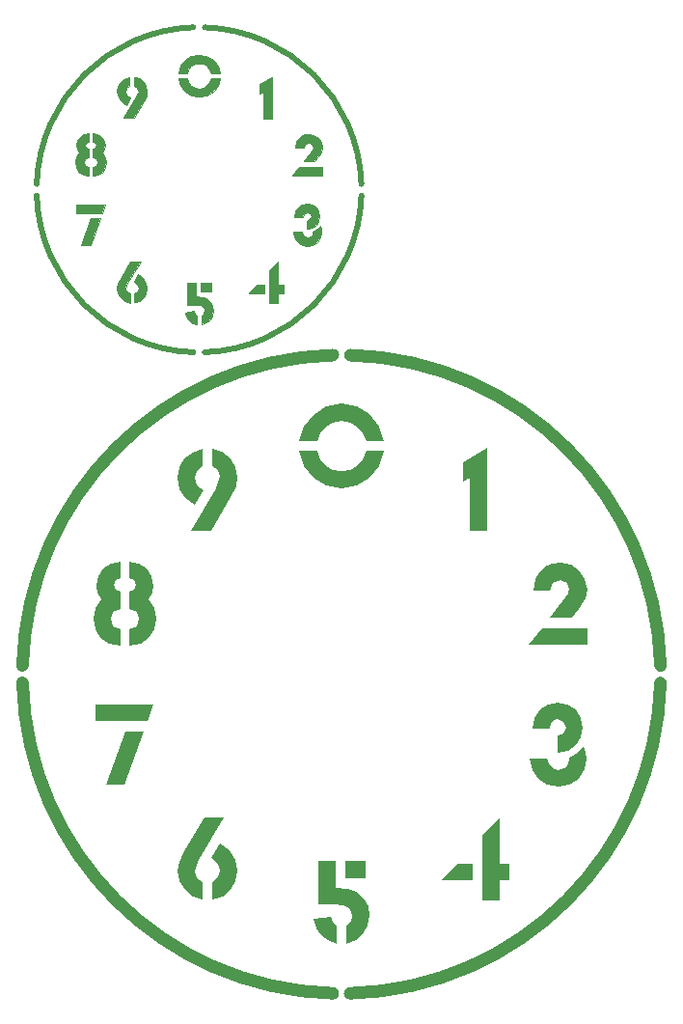
<source format=gbr>
%TF.GenerationSoftware,KiCad,Pcbnew,(5.1.7-0-10_14)*%
%TF.CreationDate,2021-05-24T16:57:22-07:00*%
%TF.ProjectId,Pixie Disc,50697869-6520-4446-9973-632e6b696361,rev?*%
%TF.SameCoordinates,Original*%
%TF.FileFunction,Paste,Top*%
%TF.FilePolarity,Positive*%
%FSLAX46Y46*%
G04 Gerber Fmt 4.6, Leading zero omitted, Abs format (unit mm)*
G04 Created by KiCad (PCBNEW (5.1.7-0-10_14)) date 2021-05-24 16:57:22*
%MOMM*%
%LPD*%
G01*
G04 APERTURE LIST*
%ADD10C,1.100000*%
%ADD11C,0.500000*%
%ADD12C,0.100000*%
G04 APERTURE END LIST*
D10*
X277993733Y-133264988D02*
G75*
G02*
X250749999Y-160494139I-27993733J764988D01*
G01*
X249235012Y-160493733D02*
G75*
G02*
X222005861Y-133249999I764988J27993733D01*
G01*
X222006267Y-131735012D02*
G75*
G02*
X249250001Y-104505861I27993733J-764988D01*
G01*
X250764988Y-104506267D02*
G75*
G02*
X277994139Y-131750001I-764988J-27993733D01*
G01*
D11*
X237000000Y-104249999D02*
G75*
G02*
X223250001Y-90500000I500000J14249999D01*
G01*
X251750000Y-90500000D02*
G75*
G02*
X238000000Y-104250000I-14250000J500000D01*
G01*
X223250000Y-89500000D02*
G75*
G02*
X237000000Y-75750000I14250000J-500000D01*
G01*
X238000000Y-75750001D02*
G75*
G02*
X251749999Y-89500000I-500000J-14249999D01*
G01*
D12*
G36*
X243261415Y-99050600D02*
G01*
X241869710Y-99050600D01*
X242562915Y-98309770D01*
X243261415Y-98309770D01*
X243261415Y-99050600D01*
G37*
X243261415Y-99050600D02*
X241869710Y-99050600D01*
X242562915Y-98309770D01*
X243261415Y-98309770D01*
X243261415Y-99050600D01*
G36*
X237230111Y-99351784D02*
G01*
X237806901Y-99404700D01*
X238181534Y-99554933D01*
X238474312Y-99820757D01*
X238664894Y-100174884D01*
X238732941Y-100590030D01*
X238658938Y-101024336D01*
X238450496Y-101389708D01*
X238127953Y-101660822D01*
X237711648Y-101812378D01*
X237711648Y-101023923D01*
X237911408Y-100840039D01*
X237976231Y-100600591D01*
X237938528Y-100412738D01*
X237833356Y-100256634D01*
X237597879Y-100131618D01*
X237203651Y-100097885D01*
X236478696Y-100097885D01*
X236478696Y-98187600D01*
X237230111Y-98187600D01*
X237230111Y-99351784D01*
G37*
X237230111Y-99351784D02*
X237806901Y-99404700D01*
X238181534Y-99554933D01*
X238474312Y-99820757D01*
X238664894Y-100174884D01*
X238732941Y-100590030D01*
X238658938Y-101024336D01*
X238450496Y-101389708D01*
X238127953Y-101660822D01*
X237711648Y-101812378D01*
X237711648Y-101023923D01*
X237911408Y-100840039D01*
X237976231Y-100600591D01*
X237938528Y-100412738D01*
X237833356Y-100256634D01*
X237597879Y-100131618D01*
X237203651Y-100097885D01*
X236478696Y-100097885D01*
X236478696Y-98187600D01*
X237230111Y-98187600D01*
X237230111Y-99351784D01*
G36*
X248226309Y-93411635D02*
G01*
X248259383Y-93690770D01*
X248161819Y-94179175D01*
X247895582Y-94577785D01*
X247500362Y-94846419D01*
X247015844Y-94944893D01*
X246537859Y-94852207D01*
X246152644Y-94592338D01*
X245885499Y-94192570D01*
X245761724Y-93680188D01*
X246523719Y-93680188D01*
X246587219Y-93928896D01*
X246753906Y-94125348D01*
X247015843Y-94198770D01*
X247359800Y-94065156D01*
X247460838Y-93917486D01*
X247497383Y-93733105D01*
X247492093Y-93643147D01*
X247851926Y-93442064D01*
X248121800Y-93156315D01*
X248226309Y-93411635D01*
G37*
X248226309Y-93411635D02*
X248259383Y-93690770D01*
X248161819Y-94179175D01*
X247895582Y-94577785D01*
X247500362Y-94846419D01*
X247015844Y-94944893D01*
X246537859Y-94852207D01*
X246152644Y-94592338D01*
X245885499Y-94192570D01*
X245761724Y-93680188D01*
X246523719Y-93680188D01*
X246587219Y-93928896D01*
X246753906Y-94125348D01*
X247015843Y-94198770D01*
X247359800Y-94065156D01*
X247460838Y-93917486D01*
X247497383Y-93733105D01*
X247492093Y-93643147D01*
X247851926Y-93442064D01*
X248121800Y-93156315D01*
X248226309Y-93411635D01*
G36*
X231407857Y-80875335D02*
G01*
X231145920Y-81071785D01*
X231058608Y-81383330D01*
X231153196Y-81700168D01*
X231466065Y-81933660D01*
X231079776Y-82584535D01*
X230661735Y-82277620D01*
X230405752Y-81868839D01*
X230312487Y-81388625D01*
X230393598Y-80933211D01*
X230620063Y-80547250D01*
X230966583Y-80260508D01*
X231407857Y-80102750D01*
X231407857Y-80875335D01*
G37*
X231407857Y-80875335D02*
X231145920Y-81071785D01*
X231058608Y-81383330D01*
X231153196Y-81700168D01*
X231466065Y-81933660D01*
X231079776Y-82584535D01*
X230661735Y-82277620D01*
X230405752Y-81868839D01*
X230312487Y-81388625D01*
X230393598Y-80933211D01*
X230620063Y-80547250D01*
X230966583Y-80260508D01*
X231407857Y-80102750D01*
X231407857Y-80875335D01*
G36*
X227790995Y-85785359D02*
G01*
X227576683Y-85888546D01*
X227505246Y-86086984D01*
X227576683Y-86290052D01*
X227790995Y-86393900D01*
X227790995Y-87140025D01*
X227470189Y-87272978D01*
X227367663Y-87568649D01*
X227474157Y-87879533D01*
X227790995Y-88023730D01*
X227790997Y-88764554D01*
X227299948Y-88644668D01*
X226926473Y-88392820D01*
X226688927Y-88027861D01*
X226605667Y-87568644D01*
X226692979Y-87116870D01*
X226954916Y-86732564D01*
X226791536Y-86429618D01*
X226743250Y-86118734D01*
X226819895Y-85705490D01*
X227034950Y-85376581D01*
X227366091Y-85152844D01*
X227790995Y-85055114D01*
X227790995Y-85785359D01*
G37*
X227790995Y-85785359D02*
X227576683Y-85888546D01*
X227505246Y-86086984D01*
X227576683Y-86290052D01*
X227790995Y-86393900D01*
X227790995Y-87140025D01*
X227470189Y-87272978D01*
X227367663Y-87568649D01*
X227474157Y-87879533D01*
X227790995Y-88023730D01*
X227790997Y-88764554D01*
X227299948Y-88644668D01*
X226926473Y-88392820D01*
X226688927Y-88027861D01*
X226605667Y-87568644D01*
X226692979Y-87116870D01*
X226954916Y-86732564D01*
X226791536Y-86429618D01*
X226743250Y-86118734D01*
X226819895Y-85705490D01*
X227034950Y-85376581D01*
X227366091Y-85152844D01*
X227790995Y-85055114D01*
X227790995Y-85785359D01*
G36*
X228994850Y-92060930D02*
G01*
X226719440Y-92060930D01*
X226719440Y-91320100D01*
X229259450Y-91320100D01*
X228994850Y-92060930D01*
G37*
X228994850Y-92060930D02*
X226719440Y-92060930D01*
X226719440Y-91320100D01*
X229259450Y-91320100D01*
X228994850Y-92060930D01*
G36*
X232266590Y-80252074D02*
G01*
X232616997Y-80535344D01*
X232848341Y-80919816D01*
X232931847Y-81372750D01*
X232869008Y-81764330D01*
X232651389Y-82219410D01*
X231767684Y-83716950D01*
X230894564Y-83716950D01*
X232000519Y-81859580D01*
X232180436Y-81356875D01*
X232088493Y-81058557D01*
X231825895Y-80875335D01*
X231825895Y-80102750D01*
X232266590Y-80252074D01*
G37*
X232266590Y-80252074D02*
X232616997Y-80535344D01*
X232848341Y-80919816D01*
X232931847Y-81372750D01*
X232869008Y-81764330D01*
X232651389Y-82219410D01*
X231767684Y-83716950D01*
X230894564Y-83716950D01*
X232000519Y-81859580D01*
X232180436Y-81356875D01*
X232088493Y-81058557D01*
X231825895Y-80875335D01*
X231825895Y-80102750D01*
X232266590Y-80252074D01*
G36*
X236566452Y-80576457D02*
G01*
X236807470Y-80857244D01*
X237124886Y-81038813D01*
X237497370Y-81103305D01*
X237870762Y-81041789D01*
X238186608Y-80865181D01*
X238429032Y-80585386D01*
X238582159Y-80214310D01*
X239349450Y-80214310D01*
X239140512Y-80875519D01*
X238733634Y-81396333D01*
X238172968Y-81737563D01*
X237502665Y-81860015D01*
X236832278Y-81735330D01*
X236267063Y-81390380D01*
X235856629Y-80868822D01*
X235650585Y-80214310D01*
X236423165Y-80214310D01*
X236566452Y-80576457D01*
G37*
X236566452Y-80576457D02*
X236807470Y-80857244D01*
X237124886Y-81038813D01*
X237497370Y-81103305D01*
X237870762Y-81041789D01*
X238186608Y-80865181D01*
X238429032Y-80585386D01*
X238582159Y-80214310D01*
X239349450Y-80214310D01*
X239140512Y-80875519D01*
X238733634Y-81396333D01*
X238172968Y-81737563D01*
X237502665Y-81860015D01*
X236832278Y-81735330D01*
X236267063Y-81390380D01*
X235856629Y-80868822D01*
X235650585Y-80214310D01*
X236423165Y-80214310D01*
X236566452Y-80576457D01*
G36*
X247557247Y-85189479D02*
G01*
X247933947Y-85440749D01*
X248187615Y-85814058D01*
X248280550Y-86272200D01*
X248193234Y-86692228D01*
X247899547Y-87155908D01*
X247608506Y-87531615D01*
X246656011Y-87531615D01*
X247291011Y-86711410D01*
X247464974Y-86458734D01*
X247507969Y-86277495D01*
X247386261Y-85976532D01*
X247089929Y-85854163D01*
X246777721Y-85976532D01*
X246656013Y-86340995D01*
X245904598Y-86340995D01*
X245989265Y-85817120D01*
X246167279Y-85521614D01*
X246425165Y-85294569D01*
X246741589Y-85148883D01*
X247095220Y-85097455D01*
X247557247Y-85189479D01*
G37*
X247557247Y-85189479D02*
X247933947Y-85440749D01*
X248187615Y-85814058D01*
X248280550Y-86272200D01*
X248193234Y-86692228D01*
X247899547Y-87155908D01*
X247608506Y-87531615D01*
X246656011Y-87531615D01*
X247291011Y-86711410D01*
X247464974Y-86458734D01*
X247507969Y-86277495D01*
X247386261Y-85976532D01*
X247089929Y-85854163D01*
X246777721Y-85976532D01*
X246656013Y-86340995D01*
X245904598Y-86340995D01*
X245989265Y-85817120D01*
X246167279Y-85521614D01*
X246425165Y-85294569D01*
X246741589Y-85148883D01*
X247095220Y-85097455D01*
X247557247Y-85189479D01*
G36*
X247422557Y-91320442D02*
G01*
X247771889Y-91554267D01*
X248005135Y-91905169D01*
X248090050Y-92341400D01*
X248010100Y-92773826D01*
X247783799Y-93113981D01*
X247431490Y-93343010D01*
X246973514Y-93442063D01*
X246973514Y-92701233D01*
X247248018Y-92588785D01*
X247343929Y-92341400D01*
X247242065Y-92086078D01*
X246989389Y-91981568D01*
X246813441Y-92023901D01*
X246693056Y-92145609D01*
X246624265Y-92373150D01*
X245878140Y-92373150D01*
X245975868Y-91918564D01*
X246211511Y-91558235D01*
X246558280Y-91320938D01*
X246989385Y-91235444D01*
X247422557Y-91320442D01*
G37*
X247422557Y-91320442D02*
X247771889Y-91554267D01*
X248005135Y-91905169D01*
X248090050Y-92341400D01*
X248010100Y-92773826D01*
X247783799Y-93113981D01*
X247431490Y-93343010D01*
X246973514Y-93442063D01*
X246973514Y-92701233D01*
X247248018Y-92588785D01*
X247343929Y-92341400D01*
X247242065Y-92086078D01*
X246989389Y-91981568D01*
X246813441Y-92023901D01*
X246693056Y-92145609D01*
X246624265Y-92373150D01*
X245878140Y-92373150D01*
X245975868Y-91918564D01*
X246211511Y-91558235D01*
X246558280Y-91320938D01*
X246989385Y-91235444D01*
X247422557Y-91320442D01*
G36*
X232582602Y-97722395D02*
G01*
X232840569Y-98128528D01*
X232931850Y-98606100D01*
X232850737Y-99064492D01*
X232624272Y-99451444D01*
X232277752Y-99737193D01*
X231836478Y-99891974D01*
X231836478Y-99119394D01*
X232098415Y-98922940D01*
X232185727Y-98611394D01*
X232091139Y-98297202D01*
X231778270Y-98066354D01*
X232164561Y-97415479D01*
X232582602Y-97722395D01*
G37*
X232582602Y-97722395D02*
X232840569Y-98128528D01*
X232931850Y-98606100D01*
X232850737Y-99064492D01*
X232624272Y-99451444D01*
X232277752Y-99737193D01*
X231836478Y-99891974D01*
X231836478Y-99119394D01*
X232098415Y-98922940D01*
X232185727Y-98611394D01*
X232091139Y-98297202D01*
X231778270Y-98066354D01*
X232164561Y-97415479D01*
X232582602Y-97722395D01*
G36*
X243912300Y-83730150D02*
G01*
X243150300Y-83730149D01*
X243150300Y-81385949D01*
X242843385Y-81565865D01*
X242843385Y-80724495D01*
X243912300Y-80089495D01*
X243912300Y-83730150D01*
G37*
X243912300Y-83730150D02*
X243150300Y-83730149D01*
X243150300Y-81385949D01*
X242843385Y-81565865D01*
X242843385Y-80724495D01*
X243912300Y-80089495D01*
X243912300Y-83730150D01*
G36*
X228612774Y-85152849D02*
G01*
X228943915Y-85376587D01*
X229158971Y-85705496D01*
X229235617Y-86118740D01*
X229187330Y-86429623D01*
X229023951Y-86732570D01*
X229285887Y-87116874D01*
X229373202Y-87568656D01*
X229289941Y-88027870D01*
X229052395Y-88392828D01*
X228678920Y-88644677D01*
X228187872Y-88764566D01*
X228187872Y-88023736D01*
X228507355Y-87879539D01*
X228616495Y-87568655D01*
X228511324Y-87272983D01*
X228187872Y-87140031D01*
X228187872Y-86393906D01*
X228402184Y-86290057D01*
X228473621Y-86086990D01*
X228404168Y-85888552D01*
X228187872Y-85785365D01*
X228187872Y-85055120D01*
X228612774Y-85152849D01*
G37*
X228612774Y-85152849D02*
X228943915Y-85376587D01*
X229158971Y-85705496D01*
X229235617Y-86118740D01*
X229187330Y-86429623D01*
X229023951Y-86732570D01*
X229285887Y-87116874D01*
X229373202Y-87568656D01*
X229289941Y-88027870D01*
X229052395Y-88392828D01*
X228678920Y-88644677D01*
X228187872Y-88764566D01*
X228187872Y-88023736D01*
X228507355Y-87879539D01*
X228616495Y-87568655D01*
X228511324Y-87272983D01*
X228187872Y-87140031D01*
X228187872Y-86393906D01*
X228402184Y-86290057D01*
X228473621Y-86086990D01*
X228404168Y-85888552D01*
X228187872Y-85785365D01*
X228187872Y-85055120D01*
X228612774Y-85152849D01*
G36*
X227984145Y-94860250D02*
G01*
X227174520Y-94860250D01*
X228026500Y-92494845D01*
X228836118Y-92494845D01*
X227984145Y-94860250D01*
G37*
X227984145Y-94860250D02*
X227174520Y-94860250D01*
X228026500Y-92494845D01*
X228836118Y-92494845D01*
X227984145Y-94860250D01*
G36*
X244452035Y-98309770D02*
G01*
X244885950Y-98309770D01*
X244885950Y-99050600D01*
X244452035Y-99050595D01*
X244452035Y-99913135D01*
X243690040Y-99913135D01*
X243690040Y-97087395D01*
X244452035Y-96267190D01*
X244452035Y-98309770D01*
G37*
X244452035Y-98309770D02*
X244885950Y-98309770D01*
X244885950Y-99050600D01*
X244452035Y-99050595D01*
X244452035Y-99913135D01*
X243690040Y-99913135D01*
X243690040Y-97087395D01*
X244452035Y-96267190D01*
X244452035Y-98309770D01*
G36*
X248307010Y-88722235D02*
G01*
X245714100Y-88722235D01*
X246296180Y-87981405D01*
X248307010Y-87981405D01*
X248307010Y-88722235D01*
G37*
X248307010Y-88722235D02*
X245714100Y-88722235D01*
X246296180Y-87981405D01*
X248307010Y-87981405D01*
X248307010Y-88722235D01*
G36*
X237122294Y-100865860D02*
G01*
X237293611Y-101013365D01*
X237293610Y-101807110D01*
X236911454Y-101673662D01*
X236609665Y-101449925D01*
X236393203Y-101138875D01*
X236267030Y-100743490D01*
X237034320Y-100642949D01*
X237122294Y-100865860D01*
G37*
X237122294Y-100865860D02*
X237293611Y-101013365D01*
X237293610Y-101807110D01*
X236911454Y-101673662D01*
X236609665Y-101449925D01*
X236393203Y-101138875D01*
X236267030Y-100743490D01*
X237034320Y-100642949D01*
X237122294Y-100865860D01*
G36*
X231243793Y-98140418D02*
G01*
X231063877Y-98637833D01*
X231155819Y-98938796D01*
X231418417Y-99124665D01*
X231418417Y-99897245D01*
X230977722Y-99747921D01*
X230627316Y-99464654D01*
X230395971Y-99080183D01*
X230312462Y-98627250D01*
X230375301Y-98233682D01*
X230592919Y-97780585D01*
X231476625Y-96283050D01*
X232349750Y-96283050D01*
X231243793Y-98140418D01*
G37*
X231243793Y-98140418D02*
X231063877Y-98637833D01*
X231155819Y-98938796D01*
X231418417Y-99124665D01*
X231418417Y-99897245D01*
X230977722Y-99747921D01*
X230627316Y-99464654D01*
X230395971Y-99080183D01*
X230312462Y-98627250D01*
X230375301Y-98233682D01*
X230592919Y-97780585D01*
X231476625Y-96283050D01*
X232349750Y-96283050D01*
X231243793Y-98140418D01*
G36*
X238568900Y-98928450D02*
G01*
X237653445Y-98928430D01*
X237653445Y-98187600D01*
X238568900Y-98187600D01*
X238568900Y-98928450D01*
G37*
X238568900Y-98928450D02*
X237653445Y-98928430D01*
X237653445Y-98187600D01*
X238568900Y-98187600D01*
X238568900Y-98928450D01*
G36*
X238172968Y-78262437D02*
G01*
X238733634Y-78603666D01*
X239140512Y-79124481D01*
X239349450Y-79785690D01*
X238582159Y-79785690D01*
X238429031Y-79417672D01*
X238186607Y-79139447D01*
X237870762Y-78963417D01*
X237497370Y-78901985D01*
X237124886Y-78965650D01*
X236807470Y-79145400D01*
X236566452Y-79424369D01*
X236423165Y-79785690D01*
X235650585Y-79785690D01*
X235856630Y-79133409D01*
X236267064Y-78611603D01*
X236832278Y-78265413D01*
X237502665Y-78139985D01*
X238172968Y-78262437D01*
G37*
X238172968Y-78262437D02*
X238733634Y-78603666D01*
X239140512Y-79124481D01*
X239349450Y-79785690D01*
X238582159Y-79785690D01*
X238429031Y-79417672D01*
X238186607Y-79139447D01*
X237870762Y-78963417D01*
X237497370Y-78901985D01*
X237124886Y-78965650D01*
X236807470Y-79145400D01*
X236566452Y-79424369D01*
X236423165Y-79785690D01*
X235650585Y-79785690D01*
X235856630Y-79133409D01*
X236267064Y-78611603D01*
X236832278Y-78265413D01*
X237502665Y-78139985D01*
X238172968Y-78262437D01*
G36*
X270114495Y-122878959D02*
G01*
X270867894Y-123381499D01*
X271375231Y-124128116D01*
X271561100Y-125044400D01*
X271386468Y-125884457D01*
X270799095Y-126811817D01*
X270217013Y-127563231D01*
X268312023Y-127563231D01*
X269929948Y-125417468D01*
X270000000Y-125000000D01*
X269772523Y-124453065D01*
X269179858Y-124208326D01*
X268555443Y-124453065D01*
X268312027Y-125181990D01*
X266809197Y-125181990D01*
X266978530Y-124134240D01*
X267334559Y-123543228D01*
X267850330Y-123089138D01*
X268483178Y-122797766D01*
X269190440Y-122694910D01*
X270114495Y-122878959D01*
G37*
G36*
X262824600Y-119960300D02*
G01*
X261300601Y-119960298D01*
X261300601Y-115271898D01*
X260686770Y-115631730D01*
X260686770Y-113948990D01*
X262824600Y-112678990D01*
X262824600Y-119960300D01*
G37*
G36*
X248132904Y-113652914D02*
G01*
X248614940Y-114214489D01*
X249249773Y-114577627D01*
X249994740Y-114706610D01*
X250741525Y-114583579D01*
X251373217Y-114230362D01*
X251858065Y-113670772D01*
X252164319Y-112928620D01*
X253698900Y-112928620D01*
X253281025Y-114251038D01*
X252467269Y-115292667D01*
X251345936Y-115975126D01*
X250005330Y-116220030D01*
X248664556Y-115970661D01*
X247534126Y-115280761D01*
X246713258Y-114237644D01*
X246301170Y-112928620D01*
X247846330Y-112928620D01*
X248132904Y-113652914D01*
G37*
G36*
X251345936Y-109024874D02*
G01*
X252467269Y-109707332D01*
X253281025Y-110748962D01*
X253698900Y-112071380D01*
X252164319Y-112071380D01*
X251858063Y-111335345D01*
X251373215Y-110778895D01*
X250741524Y-110426835D01*
X249994740Y-110303970D01*
X249249773Y-110431300D01*
X248614941Y-110790801D01*
X248132905Y-111348739D01*
X247846330Y-112071380D01*
X246301170Y-112071380D01*
X246713261Y-110766819D01*
X247534129Y-109723206D01*
X248664557Y-109030827D01*
X250005330Y-108779970D01*
X251345936Y-109024874D01*
G37*
G36*
X232225548Y-122805699D02*
G01*
X232887830Y-123253174D01*
X233317942Y-123910992D01*
X233471234Y-124737480D01*
X233374661Y-125359247D01*
X233047902Y-125965140D01*
X233571775Y-126733749D01*
X233746400Y-127637300D01*
X233579882Y-128555741D01*
X233104790Y-129285656D01*
X232357840Y-129789355D01*
X231375744Y-130029132D01*
X231375744Y-128547472D01*
X232014711Y-128259078D01*
X232232991Y-127637310D01*
X232022648Y-127045967D01*
X231375744Y-126780063D01*
X231375744Y-125287813D01*
X231804368Y-125080115D01*
X231947242Y-124673981D01*
X231808336Y-124277104D01*
X231375744Y-124070730D01*
X231375744Y-122610240D01*
X232225548Y-122805699D01*
G37*
G36*
X230968290Y-142220500D02*
G01*
X229349040Y-142220500D01*
X231053000Y-137489690D01*
X232672236Y-137489690D01*
X230968290Y-142220500D01*
G37*
G36*
X232989700Y-136621860D02*
G01*
X228438880Y-136621860D01*
X228438880Y-135140200D01*
X233518900Y-135140200D01*
X232989700Y-136621860D01*
G37*
G36*
X240165204Y-147944790D02*
G01*
X240681138Y-148757057D01*
X240863697Y-149712208D01*
X240701475Y-150628985D01*
X240248545Y-151402888D01*
X239555505Y-151974386D01*
X238672957Y-152283948D01*
X238672957Y-150738788D01*
X239196831Y-150345880D01*
X239371455Y-149722788D01*
X239182279Y-149094405D01*
X238556541Y-148632708D01*
X239329123Y-147330958D01*
X240165204Y-147944790D01*
G37*
G36*
X237487586Y-148780837D02*
G01*
X237127754Y-149775667D01*
X237311639Y-150377592D01*
X237836835Y-150749330D01*
X237836835Y-152294490D01*
X236955444Y-151995843D01*
X236254632Y-151429308D01*
X235791943Y-150660366D01*
X235624925Y-149754500D01*
X235750602Y-148967365D01*
X236185839Y-148061170D01*
X237953250Y-145066100D01*
X239699500Y-145066100D01*
X237487586Y-148780837D01*
G37*
G36*
X249244589Y-154231721D02*
G01*
X249587223Y-154526730D01*
X249587223Y-156114220D01*
X248822908Y-155847325D01*
X248219330Y-155399850D01*
X247786406Y-154777751D01*
X247534061Y-153986981D01*
X249068641Y-153785899D01*
X249244589Y-154231721D01*
G37*
G36*
X249460223Y-151203568D02*
G01*
X250613803Y-151309400D01*
X251363069Y-151609867D01*
X251948624Y-152141514D01*
X252329788Y-152849768D01*
X252465882Y-153680060D01*
X252317876Y-154548673D01*
X251900992Y-155279416D01*
X251255906Y-155821645D01*
X250423297Y-156124757D01*
X250423297Y-154547847D01*
X250822816Y-154180078D01*
X250952462Y-153701183D01*
X250877056Y-153325476D01*
X250666713Y-153013269D01*
X250195758Y-152763237D01*
X249407303Y-152695770D01*
X247957393Y-152695770D01*
X247957393Y-148875200D01*
X249460223Y-148875200D01*
X249460223Y-151203568D01*
G37*
G36*
X252137800Y-150356900D02*
G01*
X250306890Y-150356860D01*
X250306890Y-148875200D01*
X252137800Y-148875200D01*
X252137800Y-150356900D01*
G37*
G36*
X263904070Y-149119540D02*
G01*
X264771900Y-149119540D01*
X264771900Y-150601200D01*
X263904070Y-150601190D01*
X263904070Y-152326270D01*
X262380080Y-152326270D01*
X262380080Y-146674790D01*
X263904070Y-145034380D01*
X263904070Y-149119540D01*
G37*
G36*
X261522830Y-150601200D02*
G01*
X258739420Y-150601200D01*
X260125830Y-149119540D01*
X261522830Y-149119540D01*
X261522830Y-150601200D01*
G37*
G36*
X271452619Y-139323271D02*
G01*
X271518766Y-139881540D01*
X271323639Y-140858351D01*
X270791165Y-141655571D01*
X270000724Y-142192838D01*
X269031689Y-142389787D01*
X268075719Y-142204414D01*
X267305289Y-141684676D01*
X266770999Y-140885140D01*
X266523449Y-139860377D01*
X268047439Y-139860377D01*
X268174439Y-140357792D01*
X268507813Y-140750697D01*
X269031686Y-140897540D01*
X269719601Y-140630312D01*
X269921676Y-140334972D01*
X269994767Y-139966210D01*
X269984187Y-139786294D01*
X270703852Y-139384129D01*
X271243600Y-138812630D01*
X271452619Y-139323271D01*
G37*
G36*
X269845115Y-135140884D02*
G01*
X270543779Y-135608534D01*
X271010271Y-136310339D01*
X271180108Y-137182796D01*
X271020201Y-138047652D01*
X270567598Y-138727962D01*
X269862980Y-139186021D01*
X268947028Y-139384126D01*
X268947028Y-137902466D01*
X269496036Y-137677571D01*
X269687859Y-137182801D01*
X269484130Y-136672157D01*
X268978778Y-136463137D01*
X268626883Y-136547803D01*
X268386113Y-136791218D01*
X268248530Y-137246300D01*
X266756280Y-137246300D01*
X266951737Y-136337128D01*
X267423023Y-135616470D01*
X268116560Y-135141876D01*
X268978770Y-134970889D01*
X269845115Y-135140884D01*
G37*
G36*
X271614020Y-129944470D02*
G01*
X266428200Y-129944470D01*
X267592360Y-128462810D01*
X271614020Y-128462810D01*
X271614020Y-129944470D01*
G37*
G36*
X237815714Y-114250670D02*
G01*
X237291841Y-114643570D01*
X237117217Y-115266660D01*
X237306393Y-115900337D01*
X237932130Y-116367320D01*
X237159552Y-117669070D01*
X236323471Y-117055240D01*
X235811504Y-116237679D01*
X235624974Y-115277250D01*
X235787196Y-114366423D01*
X236240126Y-113594501D01*
X236933166Y-113021016D01*
X237815714Y-112705500D01*
X237815714Y-114250670D01*
G37*
G36*
X230581990Y-124070719D02*
G01*
X230153367Y-124277093D01*
X230010492Y-124673968D01*
X230153367Y-125080104D01*
X230581990Y-125287800D01*
X230581990Y-126780051D01*
X229940378Y-127045956D01*
X229735326Y-127637298D01*
X229948315Y-128259067D01*
X230581990Y-128547460D01*
X230581994Y-130029109D01*
X229599896Y-129789337D01*
X228852947Y-129285640D01*
X228377855Y-128555723D01*
X228211334Y-127637289D01*
X228385959Y-126733740D01*
X228909832Y-125965129D01*
X228583073Y-125359237D01*
X228486500Y-124737469D01*
X228639791Y-123910981D01*
X229069901Y-123253163D01*
X229732183Y-122805688D01*
X230581990Y-122610229D01*
X230581990Y-124070719D01*
G37*
G36*
X239533181Y-113004148D02*
G01*
X240233994Y-113570688D01*
X240696682Y-114339633D01*
X240863694Y-115245500D01*
X240738017Y-116028661D01*
X240302779Y-116938820D01*
X238535369Y-119933900D01*
X236789129Y-119933900D01*
X239001039Y-116219160D01*
X239360872Y-115213750D01*
X239176987Y-114617115D01*
X238651790Y-114250670D01*
X238651790Y-112705500D01*
X239533181Y-113004148D01*
G37*
M02*

</source>
